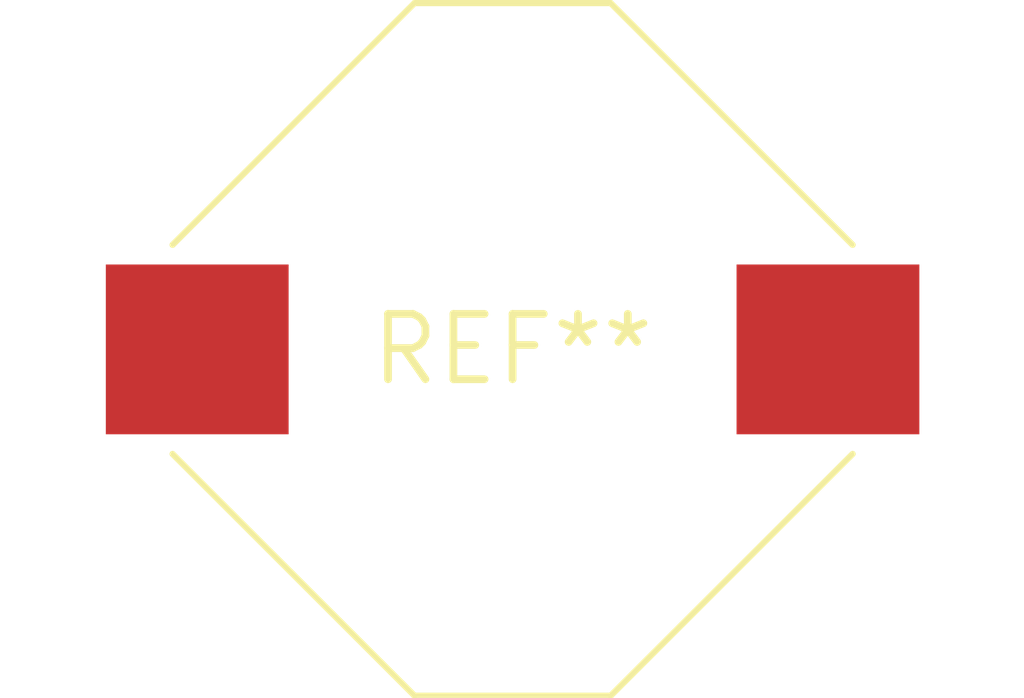
<source format=kicad_pcb>
(kicad_pcb (version 20240108) (generator pcbnew)
  (layers (0 "F.Cu" signal) (31 "B.Cu" signal) (34 "B.Paste" user) (35 "F.Paste" user) (36 "B.SilkS" user "B.Silkscreen") (37 "F.SilkS" user "F.Silkscreen") (38 "B.Mask" user) (39 "F.Mask" user) (44 "Edge.Cuts" user))
  (net 0 "")
  (footprint "L_Sagami_CER1257B" (layer "F.Cu") (at 0 0)
    (property "Reference" "REF**")
    (property "Value" "L_Sagami_CER1257B")
    (fp_line (start -6.604 -2.032) (end -1.905 -6.731) (layer "F.SilkS") (stroke (width 0.12)))
    (fp_line (start -6.604 2.032) (end -1.905 6.731) (layer "F.SilkS") (stroke (width 0.12)))
    (fp_line (start -1.905 -6.731) (end 1.905 -6.731) (layer "F.SilkS") (stroke (width 0.12)))
    (fp_line (start -1.905 6.731) (end 1.905 6.731) (layer "F.SilkS") (stroke (width 0.12)))
    (fp_line (start 1.905 -6.731) (end 6.604 -2.032) (layer "F.SilkS") (stroke (width 0.12)))
    (fp_line (start 1.905 6.731) (end 6.604 2.032) (layer "F.SilkS") (stroke (width 0.12)))
    (pad "1" smd rect (at -6.125 0) (size 3.55 3.3) (layers "F.Cu" "F.Paste" "F.Mask"))
    (pad "2" smd rect (at 6.125 0) (size 3.55 3.3) (layers "F.Cu" "F.Paste" "F.Mask"))
  )
)
</source>
